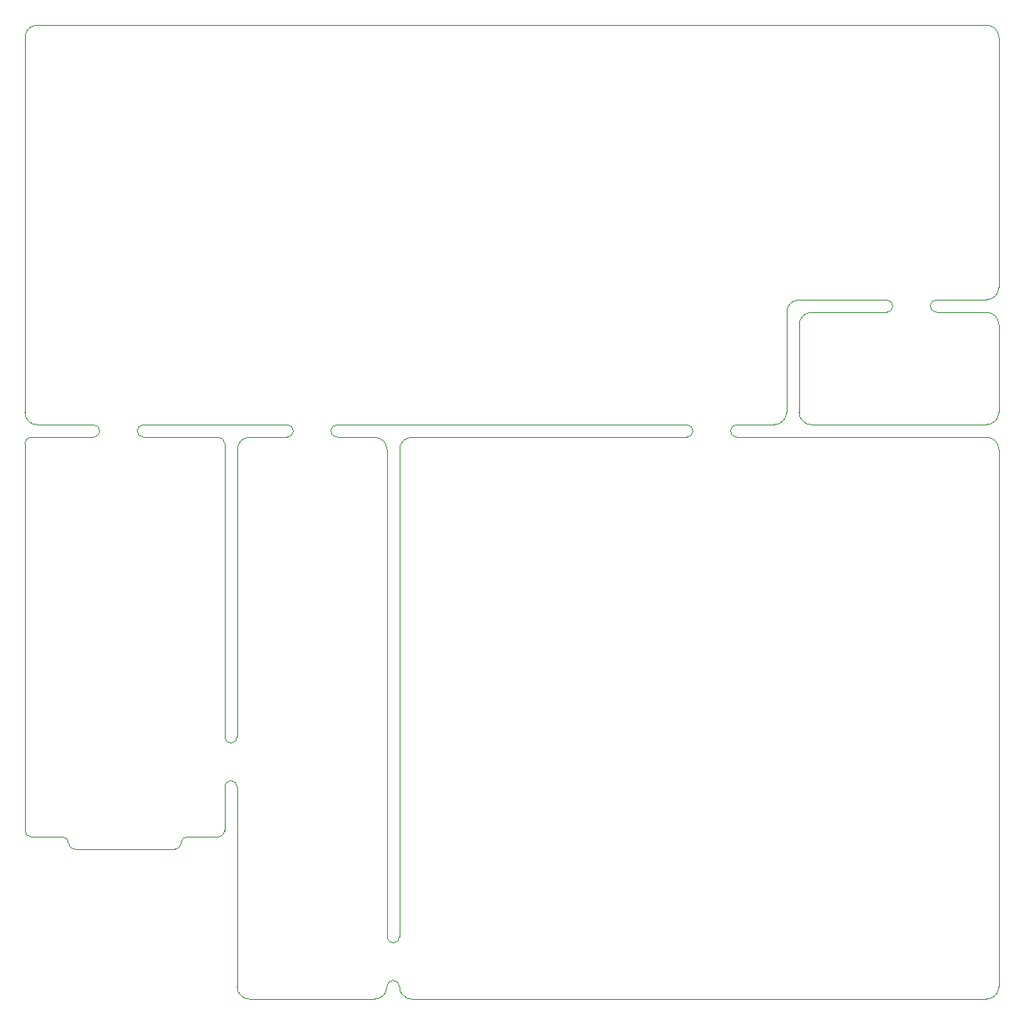
<source format=gbr>
G04 (created by PCBNEW (2014-01-10 BZR 4027)-stable) date Thursday, June 18, 2015 'amt' 10:00:05 am*
%MOIN*%
G04 Gerber Fmt 3.4, Leading zero omitted, Abs format*
%FSLAX34Y34*%
G01*
G70*
G90*
G04 APERTURE LIST*
%ADD10C,0.00590551*%
%ADD11C,0.00393701*%
G04 APERTURE END LIST*
G54D10*
G54D11*
X22500Y-42500D02*
X22500Y-50500D01*
X22000Y-42500D02*
X22000Y-44250D01*
X22000Y-28750D02*
X22000Y-40500D01*
X22500Y-40500D02*
X22500Y-29000D01*
X22500Y-42500D02*
G75*
G03X22250Y-42250I-250J0D01*
G74*
G01*
X22250Y-42250D02*
G75*
G03X22000Y-42500I0J-250D01*
G74*
G01*
X22000Y-40500D02*
G75*
G03X22250Y-40750I250J0D01*
G74*
G01*
X22250Y-40750D02*
G75*
G03X22500Y-40500I0J250D01*
G74*
G01*
X14250Y-28500D02*
X16750Y-28500D01*
X16750Y-28000D02*
X14500Y-28000D01*
X18750Y-28500D02*
X21750Y-28500D01*
X24500Y-28000D02*
X18750Y-28000D01*
X17000Y-28250D02*
G75*
G03X16750Y-28000I-250J0D01*
G74*
G01*
X16750Y-28500D02*
G75*
G03X17000Y-28250I0J250D01*
G74*
G01*
X18750Y-28000D02*
G75*
G03X18500Y-28250I0J-250D01*
G74*
G01*
X18500Y-28250D02*
G75*
G03X18750Y-28500I250J0D01*
G74*
G01*
X29500Y-51000D02*
X52500Y-51000D01*
X26500Y-28000D02*
X40500Y-28000D01*
X40500Y-28500D02*
X29500Y-28500D01*
X52500Y-12000D02*
X14500Y-12000D01*
X50500Y-23000D02*
X52500Y-23000D01*
X45000Y-23000D02*
X48500Y-23000D01*
X48500Y-23500D02*
X45500Y-23500D01*
X52500Y-23500D02*
X50500Y-23500D01*
X48750Y-23250D02*
G75*
G03X48500Y-23000I-250J0D01*
G74*
G01*
X48500Y-23500D02*
G75*
G03X48750Y-23250I0J250D01*
G74*
G01*
X50500Y-23000D02*
G75*
G03X50250Y-23250I0J-250D01*
G74*
G01*
X50250Y-23250D02*
G75*
G03X50500Y-23500I250J0D01*
G74*
G01*
X44500Y-27500D02*
X44500Y-23500D01*
X42500Y-28000D02*
X44000Y-28000D01*
X52500Y-28500D02*
X42500Y-28500D01*
X53000Y-22500D02*
X53000Y-12500D01*
X40500Y-28500D02*
G75*
G03X40750Y-28250I0J250D01*
G74*
G01*
X40750Y-28250D02*
G75*
G03X40500Y-28000I-250J0D01*
G74*
G01*
X42500Y-28000D02*
G75*
G03X42250Y-28250I0J-250D01*
G74*
G01*
X42250Y-28250D02*
G75*
G03X42500Y-28500I250J0D01*
G74*
G01*
X44000Y-28000D02*
G75*
G03X44500Y-27500I0J500D01*
G74*
G01*
X45000Y-23000D02*
G75*
G03X44500Y-23500I0J-500D01*
G74*
G01*
X45000Y-27500D02*
X45000Y-24000D01*
X52500Y-28000D02*
X45500Y-28000D01*
X53000Y-24000D02*
X53000Y-27500D01*
X45000Y-27500D02*
G75*
G03X45500Y-28000I500J0D01*
G74*
G01*
X45500Y-23500D02*
G75*
G03X45000Y-24000I0J-500D01*
G74*
G01*
X52500Y-23000D02*
G75*
G03X53000Y-22500I0J500D01*
G74*
G01*
X53000Y-24000D02*
G75*
G03X52500Y-23500I-500J0D01*
G74*
G01*
X52500Y-28000D02*
G75*
G03X53000Y-27500I0J500D01*
G74*
G01*
X53000Y-12500D02*
G75*
G03X52500Y-12000I-500J0D01*
G74*
G01*
X24500Y-28500D02*
X23000Y-28500D01*
X26500Y-28500D02*
X28000Y-28500D01*
X24500Y-28500D02*
G75*
G03X24750Y-28250I0J250D01*
G74*
G01*
X24750Y-28250D02*
G75*
G03X24500Y-28000I-250J0D01*
G74*
G01*
X26250Y-28250D02*
G75*
G03X26500Y-28500I250J0D01*
G74*
G01*
X26500Y-28000D02*
G75*
G03X26250Y-28250I0J-250D01*
G74*
G01*
X14500Y-12000D02*
G75*
G03X14000Y-12500I0J-500D01*
G74*
G01*
X14000Y-27500D02*
X14000Y-12500D01*
X14000Y-27500D02*
G75*
G03X14500Y-28000I500J0D01*
G74*
G01*
X53000Y-50500D02*
X53000Y-29000D01*
X29000Y-29000D02*
X29000Y-48500D01*
X28500Y-48500D02*
X28500Y-29000D01*
X23000Y-51000D02*
X28000Y-51000D01*
X28500Y-29000D02*
G75*
G03X28000Y-28500I-500J0D01*
G74*
G01*
X23000Y-28500D02*
G75*
G03X22500Y-29000I0J-500D01*
G74*
G01*
X22500Y-50500D02*
G75*
G03X23000Y-51000I500J0D01*
G74*
G01*
X28500Y-48500D02*
G75*
G03X28750Y-48750I250J0D01*
G74*
G01*
X28750Y-48750D02*
G75*
G03X29000Y-48500I0J250D01*
G74*
G01*
X28000Y-51000D02*
G75*
G03X28500Y-50500I0J500D01*
G74*
G01*
X28750Y-50250D02*
G75*
G03X28500Y-50500I0J-250D01*
G74*
G01*
X29000Y-50500D02*
G75*
G03X28750Y-50250I-250J0D01*
G74*
G01*
X52500Y-51000D02*
G75*
G03X53000Y-50500I0J500D01*
G74*
G01*
X29000Y-50500D02*
G75*
G03X29500Y-51000I500J0D01*
G74*
G01*
X29500Y-28500D02*
G75*
G03X29000Y-29000I0J-500D01*
G74*
G01*
X53000Y-29000D02*
G75*
G03X52500Y-28500I-500J0D01*
G74*
G01*
X14250Y-28500D02*
G75*
G03X14000Y-28750I0J-250D01*
G74*
G01*
X22000Y-28750D02*
G75*
G03X21750Y-28500I-250J0D01*
G74*
G01*
X14000Y-28750D02*
X14000Y-44250D01*
X15500Y-44500D02*
X14250Y-44500D01*
X20000Y-45000D02*
X16000Y-45000D01*
X21750Y-44500D02*
X20500Y-44500D01*
X21750Y-44500D02*
G75*
G03X22000Y-44250I0J250D01*
G74*
G01*
X14000Y-44250D02*
G75*
G03X14250Y-44500I250J0D01*
G74*
G01*
X20500Y-44500D02*
G75*
G03X20250Y-44750I0J-250D01*
G74*
G01*
X20000Y-45000D02*
G75*
G03X20250Y-44750I0J250D01*
G74*
G01*
X15750Y-44750D02*
G75*
G03X15500Y-44500I-250J0D01*
G74*
G01*
X15750Y-44750D02*
G75*
G03X16000Y-45000I250J0D01*
G74*
G01*
M02*

</source>
